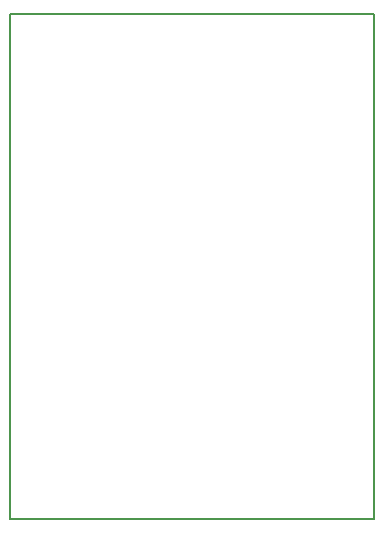
<source format=gbo>
G04 MADE WITH FRITZING*
G04 WWW.FRITZING.ORG*
G04 DOUBLE SIDED*
G04 HOLES PLATED*
G04 CONTOUR ON CENTER OF CONTOUR VECTOR*
%ASAXBY*%
%FSLAX23Y23*%
%MOIN*%
%OFA0B0*%
%SFA1.0B1.0*%
%ADD10R,1.220470X1.692910X1.204470X1.676910*%
%ADD11C,0.008000*%
%LNSILK0*%
G90*
G70*
G54D11*
X4Y1689D02*
X1216Y1689D01*
X1216Y4D01*
X4Y4D01*
X4Y1689D01*
D02*
G04 End of Silk0*
M02*
</source>
